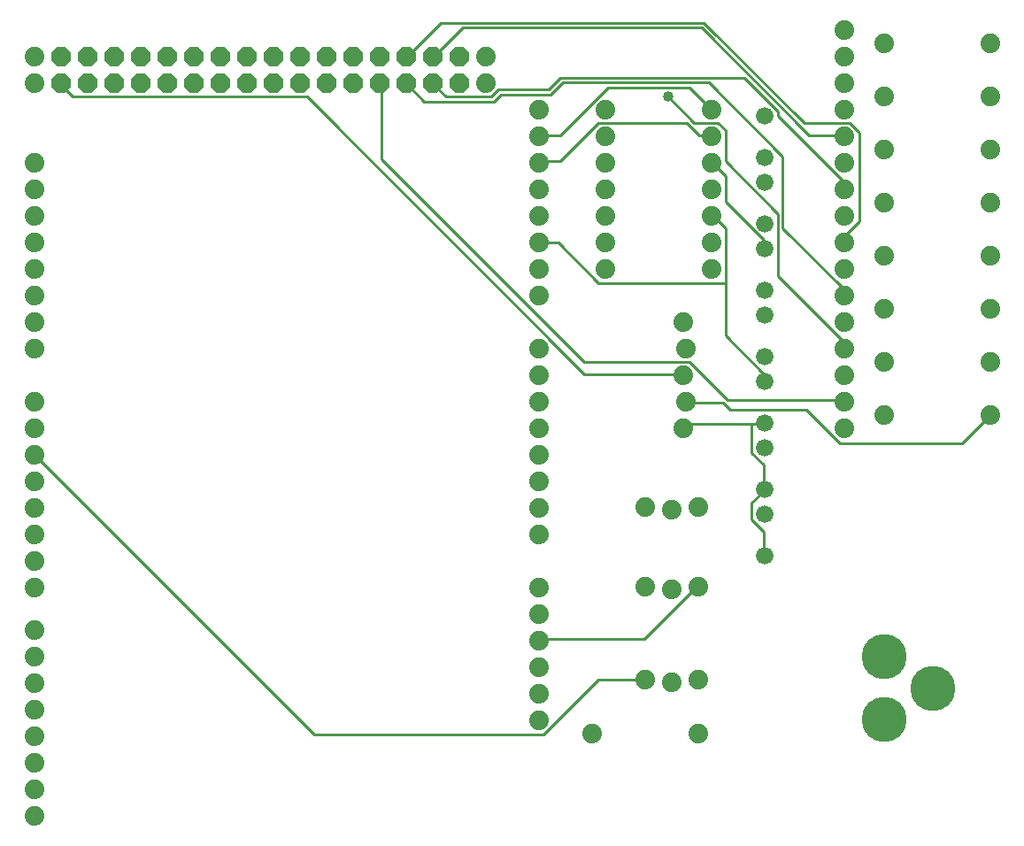
<source format=gbl>
G75*
%MOIN*%
%OFA0B0*%
%FSLAX25Y25*%
%IPPOS*%
%LPD*%
%AMOC8*
5,1,8,0,0,1.08239X$1,22.5*
%
%ADD10C,0.07400*%
%ADD11OC8,0.07400*%
%ADD12C,0.06600*%
%ADD13C,0.17000*%
%ADD14C,0.01000*%
%ADD15C,0.04000*%
D10*
X0048333Y0184000D03*
X0048333Y0194000D03*
X0048333Y0204000D03*
X0048333Y0214000D03*
X0048333Y0224000D03*
X0048333Y0234000D03*
X0048333Y0244000D03*
X0048333Y0254000D03*
X0048333Y0270000D03*
X0048333Y0280000D03*
X0048333Y0290000D03*
X0048333Y0300000D03*
X0048333Y0310000D03*
X0048333Y0320000D03*
X0048333Y0330000D03*
X0048333Y0340000D03*
X0048333Y0360000D03*
X0048333Y0370000D03*
X0048333Y0380000D03*
X0048333Y0390000D03*
X0048333Y0400000D03*
X0048333Y0410000D03*
X0048333Y0420000D03*
X0048333Y0430000D03*
X0048333Y0460000D03*
X0048333Y0470000D03*
X0218333Y0470000D03*
X0218333Y0460000D03*
X0238333Y0450000D03*
X0238333Y0440000D03*
X0238333Y0430000D03*
X0238333Y0420000D03*
X0238333Y0410000D03*
X0238333Y0400000D03*
X0238333Y0390000D03*
X0238333Y0380000D03*
X0238333Y0360000D03*
X0238333Y0350000D03*
X0238333Y0340000D03*
X0238333Y0330000D03*
X0238333Y0320000D03*
X0238333Y0310000D03*
X0238333Y0300000D03*
X0238333Y0290000D03*
X0238333Y0270000D03*
X0238333Y0260000D03*
X0238333Y0250000D03*
X0238333Y0240000D03*
X0238333Y0230000D03*
X0238333Y0220000D03*
X0258333Y0215000D03*
X0278333Y0235500D03*
X0288333Y0234500D03*
X0298333Y0235500D03*
X0298333Y0215000D03*
X0288333Y0269500D03*
X0298333Y0270500D03*
X0278333Y0270500D03*
X0288333Y0299500D03*
X0298333Y0300500D03*
X0278333Y0300500D03*
X0292833Y0330000D03*
X0293833Y0340000D03*
X0292833Y0350000D03*
X0293833Y0360000D03*
X0292833Y0370000D03*
X0303333Y0390000D03*
X0303333Y0400000D03*
X0303333Y0410000D03*
X0303333Y0420000D03*
X0303333Y0430000D03*
X0303333Y0440000D03*
X0303333Y0450000D03*
X0263333Y0450000D03*
X0263333Y0440000D03*
X0263333Y0430000D03*
X0263333Y0420000D03*
X0263333Y0410000D03*
X0263333Y0400000D03*
X0263333Y0390000D03*
X0353333Y0390000D03*
X0353333Y0380000D03*
X0353333Y0370000D03*
X0353333Y0360000D03*
X0353333Y0350000D03*
X0353333Y0340000D03*
X0353333Y0330000D03*
X0368333Y0335000D03*
X0368333Y0355000D03*
X0368333Y0375000D03*
X0368333Y0395000D03*
X0353333Y0400000D03*
X0353333Y0410000D03*
X0353333Y0420000D03*
X0353333Y0430000D03*
X0353333Y0440000D03*
X0353333Y0450000D03*
X0353333Y0460000D03*
X0353333Y0470000D03*
X0353333Y0480000D03*
X0368333Y0475000D03*
X0368333Y0455000D03*
X0368333Y0435000D03*
X0368333Y0415000D03*
X0408333Y0415000D03*
X0408333Y0395000D03*
X0408333Y0375000D03*
X0408333Y0355000D03*
X0408333Y0335000D03*
X0408333Y0435000D03*
X0408333Y0455000D03*
X0408333Y0475000D03*
D11*
X0208333Y0470000D03*
X0198333Y0470000D03*
X0198333Y0460000D03*
X0208333Y0460000D03*
X0188333Y0460000D03*
X0178333Y0460000D03*
X0168333Y0460000D03*
X0168333Y0470000D03*
X0178333Y0470000D03*
X0188333Y0470000D03*
X0158333Y0470000D03*
X0148333Y0470000D03*
X0138333Y0470000D03*
X0138333Y0460000D03*
X0148333Y0460000D03*
X0158333Y0460000D03*
X0128333Y0460000D03*
X0118333Y0460000D03*
X0108333Y0460000D03*
X0108333Y0470000D03*
X0118333Y0470000D03*
X0128333Y0470000D03*
X0098333Y0470000D03*
X0088333Y0470000D03*
X0078333Y0470000D03*
X0078333Y0460000D03*
X0088333Y0460000D03*
X0098333Y0460000D03*
X0068333Y0460000D03*
X0058333Y0460000D03*
X0058333Y0470000D03*
X0068333Y0470000D03*
D12*
X0323333Y0447874D03*
X0323333Y0432126D03*
X0323333Y0422874D03*
X0323333Y0407126D03*
X0323333Y0397874D03*
X0323333Y0382126D03*
X0323333Y0372874D03*
X0323333Y0357126D03*
X0323333Y0347874D03*
X0323333Y0332126D03*
X0323333Y0322874D03*
X0323333Y0307126D03*
X0323333Y0297874D03*
X0323333Y0282126D03*
D13*
X0368333Y0243937D03*
X0386837Y0232126D03*
X0368333Y0220315D03*
D14*
X0323333Y0282126D02*
X0323033Y0283000D01*
X0323033Y0291100D01*
X0318533Y0295600D01*
X0318533Y0301900D01*
X0323033Y0306400D01*
X0323333Y0307126D01*
X0323033Y0307300D01*
X0323033Y0316300D01*
X0318533Y0320800D01*
X0318533Y0331600D01*
X0323033Y0331600D01*
X0323333Y0332126D01*
X0318533Y0331600D02*
X0294233Y0331600D01*
X0293333Y0330700D01*
X0292833Y0330000D01*
X0294233Y0339700D02*
X0293833Y0340000D01*
X0294233Y0339700D02*
X0307733Y0339700D01*
X0310433Y0337000D01*
X0339233Y0337000D01*
X0351833Y0324400D01*
X0397733Y0324400D01*
X0408333Y0335000D01*
X0353333Y0340000D02*
X0352733Y0340600D01*
X0309533Y0340600D01*
X0295133Y0355000D01*
X0255533Y0355000D01*
X0179033Y0431500D01*
X0179033Y0459400D01*
X0178333Y0460000D01*
X0188333Y0460000D02*
X0195233Y0453100D01*
X0221333Y0453100D01*
X0224033Y0455800D01*
X0242933Y0455800D01*
X0247433Y0460300D01*
X0302333Y0460300D01*
X0330233Y0432400D01*
X0330233Y0405400D01*
X0352733Y0382900D01*
X0352733Y0380200D01*
X0353333Y0380000D01*
X0352733Y0363100D02*
X0328433Y0387400D01*
X0328433Y0410800D01*
X0308633Y0430600D01*
X0308633Y0442300D01*
X0305933Y0445000D01*
X0296933Y0445000D01*
X0287033Y0454900D01*
X0295133Y0458500D02*
X0303233Y0450400D01*
X0303333Y0450000D01*
X0303233Y0440500D02*
X0298733Y0440500D01*
X0294233Y0445000D01*
X0260933Y0445000D01*
X0246533Y0430600D01*
X0238433Y0430600D01*
X0238333Y0430000D01*
X0238333Y0440000D02*
X0238433Y0440500D01*
X0246533Y0440500D01*
X0264533Y0458500D01*
X0295133Y0458500D01*
X0303233Y0440500D02*
X0303333Y0440000D01*
X0303333Y0430000D02*
X0304133Y0429700D01*
X0308633Y0425200D01*
X0308633Y0415300D01*
X0323033Y0400900D01*
X0323033Y0398200D01*
X0323333Y0397874D01*
X0308633Y0405400D02*
X0308633Y0384700D01*
X0260933Y0384700D01*
X0245633Y0400000D01*
X0238333Y0400000D01*
X0255533Y0350500D02*
X0151133Y0454900D01*
X0062933Y0454900D01*
X0058433Y0459400D01*
X0058333Y0460000D01*
X0048333Y0320000D02*
X0048533Y0319900D01*
X0153833Y0214600D01*
X0240233Y0214600D01*
X0260933Y0235300D01*
X0278033Y0235300D01*
X0278333Y0235500D01*
X0278033Y0250600D02*
X0297833Y0270400D01*
X0298333Y0270500D01*
X0278033Y0250600D02*
X0238433Y0250600D01*
X0238333Y0250000D01*
X0323333Y0347874D02*
X0323033Y0348700D01*
X0323033Y0350500D01*
X0308633Y0364900D01*
X0308633Y0384700D01*
X0308633Y0405400D02*
X0304133Y0409900D01*
X0303333Y0410000D01*
X0328433Y0447700D02*
X0328433Y0449500D01*
X0315833Y0462100D01*
X0246533Y0462100D01*
X0242033Y0457600D01*
X0223133Y0457600D01*
X0220433Y0454900D01*
X0203333Y0454900D01*
X0198833Y0459400D01*
X0198333Y0460000D01*
X0198333Y0470000D02*
X0198833Y0470200D01*
X0209633Y0481000D01*
X0299633Y0481000D01*
X0340133Y0440500D01*
X0352733Y0440500D01*
X0353333Y0440000D01*
X0355433Y0445000D02*
X0338333Y0445000D01*
X0300533Y0482800D01*
X0201533Y0482800D01*
X0188933Y0470200D01*
X0188333Y0470000D01*
X0255533Y0350500D02*
X0292433Y0350500D01*
X0292833Y0350000D01*
X0352733Y0360400D02*
X0353333Y0360000D01*
X0352733Y0360400D02*
X0352733Y0363100D01*
X0353333Y0400000D02*
X0353633Y0400000D01*
X0353633Y0402700D01*
X0359033Y0408100D01*
X0359033Y0441400D01*
X0355433Y0445000D01*
X0352733Y0423400D02*
X0328433Y0447700D01*
X0352733Y0423400D02*
X0352733Y0420700D01*
X0353333Y0420000D01*
D15*
X0287033Y0454900D03*
M02*

</source>
